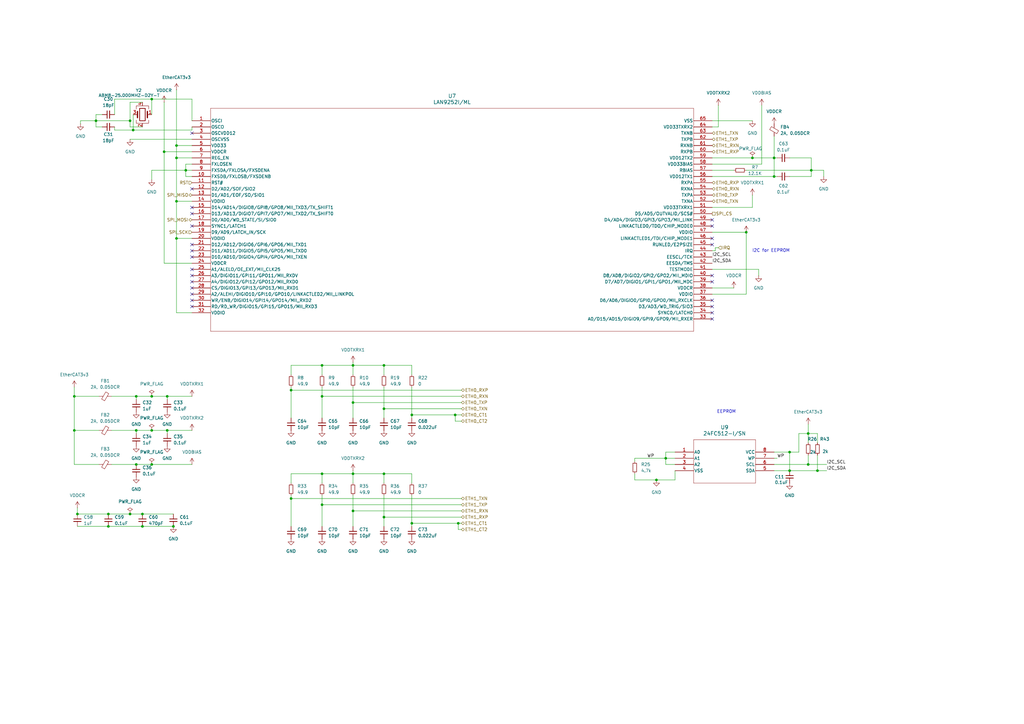
<source format=kicad_sch>
(kicad_sch (version 20231120) (generator "eeschema") (generator_version "8.0")
  (paper "A3")
  (lib_symbols
    (symbol "2024-07-01_21-03-15:LAN9252I_ML" (pin_names (offset 0.254))
      (property "Reference" "U7" (at 106.68 10.16 0))
      (property "Value" "LAN9252I/ML" (at 106.68 7.62 0))
      (symbol "LAN9252I_ML_0_1"
        (polyline (pts (xy 7.62 -86.36) (xy 205.74 -86.36)) (stroke (width 0.127)))
        (polyline (pts (xy 7.62 5.08) (xy 7.62 -86.36)) (stroke (width 0.127)))
        (polyline (pts (xy 205.74 -86.36) (xy 205.74 5.08)) (stroke (width 0.127)))
        (polyline (pts (xy 205.74 5.08) (xy 7.62 5.08)) (stroke (width 0.127)))
        (pin input line (at 0 0 0) (length 7.62) (name "OSCI") (number "1"))
        (pin input line (at 0 -22.86 0) (length 7.62) (name "FXSDB/FXLOSB/FXSDENB") (number "10"))
        (pin bidirectional line (at 0 -25.4 0) (length 7.62) (name "RST#") (number "11"))
        (pin bidirectional line (at 0 -27.94 0) (length 7.62) (name "D2/AD2/SOF/SIO2") (number "12"))
        (pin bidirectional line (at 0 -30.48 0) (length 7.62) (name "D1/AD1/EOF/SO/SIO1") (number "13"))
        (pin power_in line (at 0 -33.02 0) (length 7.62) (name "VDDIO") (number "14"))
        (pin bidirectional line (at 0 -35.56 0) (length 7.62) (name "D14/AD14/DIGIO8/GPI8/GPO8/MII_TXD3/TX_SHIFT1") (number "15"))
        (pin bidirectional line (at 0 -38.1 0) (length 7.62) (name "D13/AD13/DIGIO7/GPI7/GPO7/MII_TXD2/TX_SHIFT0") (number "16"))
        (pin bidirectional line (at 0 -40.64 0) (length 7.62) (name "D0/AD0/WD_STATE/SI/SIO0") (number "17"))
        (pin bidirectional line (at 0 -43.18 0) (length 7.62) (name "SYNC1/LATCH1") (number "18"))
        (pin bidirectional line (at 0 -45.72 0) (length 7.62) (name "D9/AD9/LATCH_IN/SCK") (number "19"))
        (pin output line (at 0 -2.54 0) (length 7.62) (name "OSCO") (number "2"))
        (pin power_in line (at 0 -48.26 0) (length 7.62) (name "VDDIO") (number "20"))
        (pin bidirectional line (at 0 -50.8 0) (length 7.62) (name "D12/AD12/DIGIO6/GPI6/GPO6/MII_TXD1") (number "21"))
        (pin bidirectional line (at 0 -53.34 0) (length 7.62) (name "D11/AD11/DIGIO5/GPI5/GPO5/MII_TXD0") (number "22"))
        (pin bidirectional line (at 0 -55.88 0) (length 7.62) (name "D10/AD10/DIGIO4/GPI4/GPO4/MII_TXEN") (number "23"))
        (pin power_in line (at 0 -58.42 0) (length 7.62) (name "VDDCR") (number "24"))
        (pin bidirectional line (at 0 -60.96 0) (length 7.62) (name "A1/ALELO/OE_EXT/MII_CLK25") (number "25"))
        (pin bidirectional line (at 0 -63.5 0) (length 7.62) (name "A3/DIGIO11/GPI11/GPO11/MII_RXDV") (number "26"))
        (pin bidirectional line (at 0 -66.04 0) (length 7.62) (name "A4/DIGIO12/GPI12/GPO12/MII_RXD0") (number "27"))
        (pin bidirectional line (at 0 -68.58 0) (length 7.62) (name "CS/DIGIO13/GPI13/GPO13/MII_RXD1") (number "28"))
        (pin bidirectional line (at 0 -71.12 0) (length 7.62) (name "A2/ALEHI/DIGIO10/GPI10/GPO10/LINKACTLED2/MII_LINKPOL") (number "29"))
        (pin power_in line (at 0 -5.08 0) (length 7.62) (name "OSCVDD12") (number "3"))
        (pin bidirectional line (at 0 -73.66 0) (length 7.62) (name "WR/ENB/DIGIO14/GPI14/GPO14/MII_RXD2") (number "30"))
        (pin bidirectional line (at 0 -76.2 0) (length 7.62) (name "RD/RD_WR/DIGIO15/GPI15/GPO15/MII_RXD3") (number "31"))
        (pin power_in line (at 0 -78.74 0) (length 7.62) (name "VDDIO") (number "32"))
        (pin bidirectional line (at 213.36 -81.28 180) (length 7.62) (name "A0/D15/AD15/DIGIO9/GPI9/GPO9/MII_RXER") (number "33"))
        (pin bidirectional line (at 213.36 -78.74 180) (length 7.62) (name "SYNC0/LATCH0") (number "34"))
        (pin bidirectional line (at 213.36 -76.2 180) (length 7.62) (name "D3/AD3/WD_TRIG/SIO3") (number "35"))
        (pin bidirectional line (at 213.36 -73.66 180) (length 7.62) (name "D6/AD6/DIGIO0/GPI0/GPO0/MII_RXCLK") (number "36"))
        (pin power_in line (at 213.36 -71.12 180) (length 7.62) (name "VDDIO") (number "37"))
        (pin power_in line (at 213.36 -68.58 180) (length 7.62) (name "VDDCR") (number "38"))
        (pin bidirectional line (at 213.36 -66.04 180) (length 7.62) (name "D7/AD7/DIGIO1/GPI1/GPO1/MII_MDC") (number "39"))
        (pin bidirectional line (at 213.36 -63.5 180) (length 7.62) (name "D8/AD8/DIGIO2/GPI2/GPO2/MII_MDIO") (number "40"))
        (pin input line (at 213.36 -60.96 180) (length 7.62) (name "TESTMODE") (number "41"))
        (pin bidirectional line (at 213.36 -58.42 180) (length 7.62) (name "EESDA/TMS") (number "42"))
        (pin bidirectional line (at 213.36 -55.88 180) (length 7.62) (name "EESCL/TCK") (number "43"))
        (pin output line (at 213.36 -53.34 180) (length 7.62) (name "IRQ") (number "44"))
        (pin bidirectional line (at 213.36 -50.8 180) (length 7.62) (name "RUNLED/E2PSIZE") (number "45"))
        (pin bidirectional line (at 213.36 -48.26 180) (length 7.62) (name "LINKACTLED1/TDI/CHIP_MODE1") (number "46"))
        (pin power_in line (at 213.36 -45.72 180) (length 7.62) (name "VDDIO") (number "47"))
        (pin bidirectional line (at 213.36 -43.18 180) (length 7.62) (name "LINKACTLED0/TDO/CHIP_MODE0") (number "48"))
        (pin bidirectional line (at 213.36 -40.64 180) (length 7.62) (name "D4/AD4/DIGIO3/GPI3/GPO3/MII_LINK") (number "49"))
        (pin power_in line (at 0 -10.16 0) (length 7.62) (name "VDD33") (number "5"))
        (pin bidirectional line (at 213.36 -38.1 180) (length 7.62) (name "D5/AD5/OUTVALID/SCS#") (number "50"))
        (pin power_in line (at 213.36 -35.56 180) (length 7.62) (name "VDD33TXRX1") (number "51"))
        (pin power_in line (at 213.36 -22.86 180) (length 7.62) (name "VDD12TX1") (number "56"))
        (pin power_in line (at 213.36 -17.78 180) (length 7.62) (name "VDD33BIAS") (number "58"))
        (pin power_in line (at 213.36 -15.24 180) (length 7.62) (name "VDD12TX2") (number "59"))
        (pin power_in line (at 0 -12.7 0) (length 7.62) (name "VDDCR") (number "6"))
        (pin power_in line (at 213.36 -2.54 180) (length 7.62) (name "VDD33TXRX2") (number "64"))
        (pin input line (at 0 -20.32 0) (length 7.62) (name "FXSDA/FXLOSA/FXSDENA") (number "9"))
      )
      (symbol "LAN9252I_ML_1_1"
        (pin passive line (at 0 -7.62 0) (length 7.62) (name "OSCVSS") (number "4"))
        (pin bidirectional line (at 213.36 -33.02 180) (length 7.62) (name "TXNA") (number "52"))
        (pin bidirectional line (at 213.36 -30.48 180) (length 7.62) (name "TXPA") (number "53"))
        (pin bidirectional line (at 213.36 -27.94 180) (length 7.62) (name "RXNA") (number "54"))
        (pin bidirectional line (at 213.36 -25.4 180) (length 7.62) (name "RXPA") (number "55"))
        (pin passive line (at 213.36 -20.32 180) (length 7.62) (name "RBIAS") (number "57"))
        (pin bidirectional line (at 213.36 -12.7 180) (length 7.62) (name "RXPB") (number "60"))
        (pin bidirectional line (at 213.36 -10.16 180) (length 7.62) (name "RXNB") (number "61"))
        (pin bidirectional line (at 213.36 -7.62 180) (length 7.62) (name "TXPB") (number "62"))
        (pin bidirectional line (at 213.36 -5.08 180) (length 7.62) (name "TXNB") (number "63"))
        (pin passive line (at 213.36 0 180) (length 7.62) (name "VSS") (number "65"))
        (pin passive line (at 0 -15.24 0) (length 7.62) (name "REG_EN") (number "7"))
        (pin passive line (at 0 -17.78 0) (length 7.62) (name "FXLOSEN") (number "8"))
      )
    )
    (symbol "2024-07-03_18-39-37:24FC512-I_SN" (pin_names (offset 0.254))
      (property "Reference" "U" (at 20.32 10.16 0))
      (property "Value" "24FC512-I/SN" (at 20.32 7.62 0))
      (symbol "24FC512-I_SN_0_1"
        (polyline (pts (xy 7.62 -12.7) (xy 33.02 -12.7)) (stroke (width 0.127)))
        (polyline (pts (xy 7.62 5.08) (xy 7.62 -12.7)) (stroke (width 0.127)))
        (polyline (pts (xy 33.02 -12.7) (xy 33.02 5.08)) (stroke (width 0.127)))
        (polyline (pts (xy 33.02 5.08) (xy 7.62 5.08)) (stroke (width 0.127)))
        (pin input line (at 0 0 0) (length 7.62) (name "A0") (number "1"))
        (pin input line (at 0 -2.54 0) (length 7.62) (name "A1") (number "2"))
        (pin input line (at 0 -5.08 0) (length 7.62) (name "A2") (number "3"))
        (pin power_in line (at 0 -7.62 0) (length 7.62) (name "VSS") (number "4"))
        (pin bidirectional line (at 40.64 -7.62 180) (length 7.62) (name "SDA") (number "5"))
        (pin input line (at 40.64 -5.08 180) (length 7.62) (name "SCL") (number "6"))
        (pin input line (at 40.64 -2.54 180) (length 7.62) (name "WP") (number "7"))
        (pin power_in line (at 40.64 0 180) (length 7.62) (name "VCC") (number "8"))
      )
    )
    (symbol "Device:C_Small" (pin_numbers hide) (pin_names (offset 0.254) hide)
      (property "Reference" "C" (at 0.254 1.778 0))
      (property "Value" "C_Small" (at 0.254 -2.032 0))
      (symbol "C_Small_0_1"
        (polyline (pts (xy -1.524 -0.508) (xy 1.524 -0.508)) (stroke (width 0.3302)))
        (polyline (pts (xy -1.524 0.508) (xy 1.524 0.508)) (stroke (width 0.3048)))
      )
      (symbol "C_Small_1_1"
        (pin passive line (at 0 2.54 270) (length 2.032) (name "~") (number "1"))
        (pin passive line (at 0 -2.54 90) (length 2.032) (name "~") (number "2"))
      )
    )
    (symbol "Device:Crystal_GND24" (pin_names (offset 1.016) hide)
      (property "Reference" "Y" (at 3.175 5.08 0))
      (property "Value" "Crystal_GND24" (at 3.175 3.175 0))
      (symbol "Crystal_GND24_0_1"
        (rectangle (start -1.143 2.54) (end 1.143 -2.54) (stroke (width 0.3048)))
        (polyline (pts (xy -2.54 0) (xy -2.032 0)))
        (polyline (pts (xy -2.032 -1.27) (xy -2.032 1.27)) (stroke (width 0.508)))
        (polyline (pts (xy 0 -3.81) (xy 0 -3.556)))
        (polyline (pts (xy 0 3.556) (xy 0 3.81)))
        (polyline (pts (xy 2.032 -1.27) (xy 2.032 1.27)) (stroke (width 0.508)))
        (polyline (pts (xy 2.032 0) (xy 2.54 0)))
        (polyline (pts (xy -2.54 -2.286) (xy -2.54 -3.556) (xy 2.54 -3.556) (xy 2.54 -2.286)))
        (polyline (pts (xy -2.54 2.286) (xy -2.54 3.556) (xy 2.54 3.556) (xy 2.54 2.286)))
      )
      (symbol "Crystal_GND24_1_1"
        (pin passive line (at -3.81 0 0) (length 1.27) (name "1") (number "1"))
        (pin passive line (at 0 5.08 270) (length 1.27) (name "2") (number "2"))
        (pin passive line (at 3.81 0 180) (length 1.27) (name "3") (number "3"))
        (pin passive line (at 0 -5.08 90) (length 1.27) (name "4") (number "4"))
      )
    )
    (symbol "Device:FerriteBead_Small" (pin_numbers hide) (pin_names (offset 0))
      (property "Reference" "FB" (at 1.905 1.27 0))
      (property "Value" "FerriteBead_Small" (at 1.905 -1.27 0))
      (symbol "FerriteBead_Small_0_1"
        (polyline (pts (xy 0 -1.27) (xy 0 -0.7874)))
        (polyline (pts (xy 0 0.889) (xy 0 1.2954)))
        (polyline (pts (xy -1.8288 0.2794) (xy -1.1176 1.4986) (xy 1.8288 -0.2032) (xy 1.1176 -1.4224) (xy -1.8288 0.2794)))
      )
      (symbol "FerriteBead_Small_1_1"
        (pin passive line (at 0 2.54 270) (length 1.27) (name "~") (number "1"))
        (pin passive line (at 0 -2.54 90) (length 1.27) (name "~") (number "2"))
      )
    )
    (symbol "Device:R_Small" (pin_numbers hide) (pin_names (offset 0.254) hide)
      (property "Reference" "R" (at 0.762 0.508 0))
      (property "Value" "R_Small" (at 0.762 -1.016 0))
      (symbol "R_Small_0_1"
        (rectangle (start -0.762 1.778) (end 0.762 -1.778) (stroke (width 0.2032)))
      )
      (symbol "R_Small_1_1"
        (pin passive line (at 0 2.54 270) (length 0.762) (name "~") (number "1"))
        (pin passive line (at 0 -2.54 90) (length 0.762) (name "~") (number "2"))
      )
    )
    (symbol "power:+3.3V" (power) (pin_numbers hide) (pin_names (offset 0) hide)
      (property "Value" "+3.3V" (at 0 3.556 0))
      (symbol "+3.3V_0_1"
        (polyline (pts (xy -0.762 1.27) (xy 0 2.54)))
        (polyline (pts (xy 0 0) (xy 0 2.54)))
        (polyline (pts (xy 0 2.54) (xy 0.762 1.27)))
      )
      (symbol "+3.3V_1_1"
        (pin power_in line (at 0 0 90) (length 0) (name "~") (number "1"))
      )
    )
    (symbol "power:GND" (power) (pin_numbers hide) (pin_names (offset 0) hide)
      (property "Value" "GND" (at 0 -3.81 0))
      (symbol "GND_0_1"
        (polyline (pts (xy 0 0) (xy 0 -1.27) (xy 1.27 -1.27) (xy 0 -2.54) (xy -1.27 -1.27) (xy 0 -1.27)))
      )
      (symbol "GND_1_1"
        (pin power_in line (at 0 0 270) (length 0) (name "~") (number "1"))
      )
    )
    (symbol "power:PWR_FLAG" (power) (pin_numbers hide) (pin_names (offset 0) hide)
      (property "Value" "PWR_FLAG" (at 0 3.81 0))
      (symbol "PWR_FLAG_0_0"
        (pin power_out line (at 0 0 90) (length 0) (name "~") (number "1"))
      )
      (symbol "PWR_FLAG_0_1"
        (polyline (pts (xy 0 0) (xy 0 1.27) (xy -1.016 1.905) (xy 0 2.54) (xy 1.016 1.905) (xy 0 1.27)))
      )
    )
  )
  (junction (at 30.48 162.56))
  (junction (at 144.78 194.31))
  (junction (at 39.37 49.53))
  (junction (at 31.75 210.82))
  (junction (at 68.58 176.53))
  (junction (at 62.23 190.5))
  (junction (at 30.48 176.53))
  (junction (at 76.2 69.85))
  (junction (at 55.88 190.5))
  (junction (at 53.34 49.53))
  (junction (at 157.48 194.31))
  (junction (at 331.47 177.8))
  (junction (at 186.69 170.18))
  (junction (at 119.38 160.02))
  (junction (at 62.23 176.53))
  (junction (at 68.58 162.56))
  (junction (at 132.08 207.01))
  (junction (at 67.31 62.23))
  (junction (at 317.5 72.39))
  (junction (at 332.74 69.85))
  (junction (at 119.38 204.47))
  (junction (at 71.12 215.9))
  (junction (at 132.08 194.31))
  (junction (at 144.78 209.55))
  (junction (at 55.88 176.53))
  (junction (at 44.45 210.82))
  (junction (at 168.91 170.18))
  (junction (at 331.47 190.5))
  (junction (at 62.23 40.64))
  (junction (at 323.85 193.04))
  (junction (at 308.61 64.77))
  (junction (at 168.91 214.63))
  (junction (at 144.78 165.1))
  (junction (at 53.34 210.82))
  (junction (at 335.28 193.04))
  (junction (at 72.39 97.79))
  (junction (at 55.88 162.56))
  (junction (at 132.08 149.86))
  (junction (at 317.5 64.77))
  (junction (at 54.61 53.34))
  (junction (at 132.08 162.56))
  (junction (at 269.24 196.85))
  (junction (at 157.48 149.86))
  (junction (at 144.78 149.86))
  (junction (at 58.42 210.82))
  (junction (at 157.48 212.09))
  (junction (at 72.39 82.55))
  (junction (at 323.85 185.42))
  (junction (at 72.39 59.69))
  (junction (at 157.48 167.64))
  (junction (at 44.45 215.9))
  (junction (at 62.23 162.56))
  (junction (at 306.07 95.25))
  (junction (at 187.96 214.63))
  (junction (at 58.42 215.9))
  (junction (at 273.05 187.96))
  (junction (at 72.39 64.77))
  (no_connect (at 78.74 113.03))
  (no_connect (at 292.1 130.81))
  (no_connect (at 292.1 128.27))
  (no_connect (at 78.74 120.65))
  (no_connect (at 78.74 125.73))
  (no_connect (at 78.74 54.61))
  (no_connect (at 78.74 118.11))
  (no_connect (at 292.1 115.57))
  (no_connect (at 292.1 90.17))
  (no_connect (at 78.74 87.63))
  (no_connect (at 78.74 92.71))
  (no_connect (at 78.74 110.49))
  (no_connect (at 78.74 77.47))
  (no_connect (at 292.1 125.73))
  (no_connect (at 78.74 123.19))
  (no_connect (at 78.74 102.87))
  (no_connect (at 78.74 100.33))
  (no_connect (at 292.1 113.03))
  (no_connect (at 78.74 115.57))
  (no_connect (at 292.1 123.19))
  (no_connect (at 78.74 85.09))
  (no_connect (at 292.1 92.71))
  (no_connect (at 292.1 97.79))
  (no_connect (at 78.74 105.41))
  (no_connect (at 292.1 100.33))
  (wire (pts (xy 276.86 196.85) (xy 269.24 196.85)))
  (wire (pts (xy 331.47 177.8) (xy 331.47 181.61)))
  (wire (pts (xy 30.48 158.75) (xy 30.48 162.56)))
  (wire (pts (xy 119.38 158.75) (xy 119.38 160.02)))
  (wire (pts (xy 132.08 207.01) (xy 132.08 215.9)))
  (wire (pts (xy 132.08 203.2) (xy 132.08 207.01)))
  (wire (pts (xy 144.78 149.86) (xy 157.48 149.86)))
  (wire (pts (xy 68.58 176.53) (xy 68.58 177.8)))
  (wire (pts (xy 335.28 177.8) (xy 335.28 181.61)))
  (wire (pts (xy 292.1 118.11) (xy 300.99 118.11)))
  (wire (pts (xy 157.48 212.09) (xy 157.48 215.9)))
  (wire (pts (xy 119.38 149.86) (xy 132.08 149.86)))
  (wire (pts (xy 76.2 69.85) (xy 62.23 69.85)))
  (wire (pts (xy 72.39 59.69) (xy 78.74 59.69)))
  (wire (pts (xy 317.5 64.77) (xy 318.77 64.77)))
  (wire (pts (xy 46.99 40.64) (xy 46.99 46.99)))
  (wire (pts (xy 54.61 53.34) (xy 78.74 53.34)))
  (wire (pts (xy 132.08 149.86) (xy 132.08 153.67)))
  (wire (pts (xy 306.07 120.65) (xy 306.07 95.25)))
  (wire (pts (xy 332.74 72.39) (xy 323.85 72.39)))
  (wire (pts (xy 132.08 149.86) (xy 144.78 149.86)))
  (wire (pts (xy 39.37 49.53) (xy 53.34 49.53)))
  (wire (pts (xy 292.1 72.39) (xy 317.5 72.39)))
  (wire (pts (xy 119.38 160.02) (xy 189.23 160.02)))
  (wire (pts (xy 62.23 40.64) (xy 62.23 46.99)))
  (wire (pts (xy 144.78 148.59) (xy 144.78 149.86)))
  (wire (pts (xy 292.1 120.65) (xy 306.07 120.65)))
  (wire (pts (xy 62.23 40.64) (xy 78.74 40.64)))
  (wire (pts (xy 119.38 198.12) (xy 119.38 194.31)))
  (wire (pts (xy 144.78 165.1) (xy 144.78 171.45)))
  (wire (pts (xy 78.74 107.95) (xy 67.31 107.95)))
  (wire (pts (xy 132.08 162.56) (xy 189.23 162.56)))
  (wire (pts (xy 273.05 187.96) (xy 276.86 187.96)))
  (wire (pts (xy 144.78 193.04) (xy 144.78 194.31)))
  (wire (pts (xy 144.78 194.31) (xy 144.78 198.12)))
  (wire (pts (xy 78.74 67.31) (xy 76.2 67.31)))
  (wire (pts (xy 260.35 189.23) (xy 260.35 187.96)))
  (wire (pts (xy 157.48 167.64) (xy 189.23 167.64)))
  (wire (pts (xy 331.47 190.5) (xy 339.09 190.5)))
  (wire (pts (xy 157.48 158.75) (xy 157.48 167.64)))
  (wire (pts (xy 67.31 41.91) (xy 67.31 62.23)))
  (wire (pts (xy 45.72 176.53) (xy 55.88 176.53)))
  (wire (pts (xy 67.31 62.23) (xy 78.74 62.23)))
  (wire (pts (xy 58.42 210.82) (xy 71.12 210.82)))
  (wire (pts (xy 187.96 217.17) (xy 189.23 217.17)))
  (wire (pts (xy 41.91 46.99) (xy 39.37 46.99)))
  (wire (pts (xy 132.08 207.01) (xy 189.23 207.01)))
  (wire (pts (xy 331.47 186.69) (xy 331.47 190.5)))
  (wire (pts (xy 168.91 158.75) (xy 168.91 170.18)))
  (wire (pts (xy 68.58 162.56) (xy 68.58 163.83)))
  (wire (pts (xy 30.48 176.53) (xy 30.48 190.5)))
  (wire (pts (xy 53.34 57.15) (xy 78.74 57.15)))
  (wire (pts (xy 78.74 128.27) (xy 72.39 128.27)))
  (wire (pts (xy 39.37 46.99) (xy 39.37 49.53)))
  (wire (pts (xy 30.48 162.56) (xy 40.64 162.56)))
  (wire (pts (xy 335.28 186.69) (xy 335.28 193.04)))
  (wire (pts (xy 294.64 43.18) (xy 294.64 52.07)))
  (wire (pts (xy 332.74 69.85) (xy 332.74 72.39)))
  (wire (pts (xy 39.37 49.53) (xy 39.37 52.07)))
  (wire (pts (xy 273.05 185.42) (xy 276.86 185.42)))
  (wire (pts (xy 30.48 162.56) (xy 30.48 176.53)))
  (wire (pts (xy 157.48 203.2) (xy 157.48 212.09)))
  (wire (pts (xy 311.15 110.49) (xy 311.15 113.03)))
  (wire (pts (xy 46.99 53.34) (xy 54.61 53.34)))
  (wire (pts (xy 68.58 162.56) (xy 78.74 162.56)))
  (wire (pts (xy 157.48 194.31) (xy 168.91 194.31)))
  (wire (pts (xy 58.42 215.9) (xy 71.12 215.9)))
  (wire (pts (xy 144.78 158.75) (xy 144.78 165.1)))
  (wire (pts (xy 144.78 203.2) (xy 144.78 209.55)))
  (wire (pts (xy 33.02 49.53) (xy 33.02 50.8)))
  (wire (pts (xy 292.1 69.85) (xy 300.99 69.85)))
  (wire (pts (xy 30.48 190.5) (xy 40.64 190.5)))
  (wire (pts (xy 31.75 210.82) (xy 44.45 210.82)))
  (wire (pts (xy 337.82 69.85) (xy 337.82 72.39)))
  (wire (pts (xy 294.64 52.07) (xy 292.1 52.07)))
  (wire (pts (xy 323.85 185.42) (xy 327.66 185.42)))
  (wire (pts (xy 39.37 49.53) (xy 33.02 49.53)))
  (wire (pts (xy 62.23 176.53) (xy 68.58 176.53)))
  (wire (pts (xy 30.48 176.53) (xy 40.64 176.53)))
  (wire (pts (xy 62.23 162.56) (xy 68.58 162.56)))
  (wire (pts (xy 58.42 52.07) (xy 53.34 52.07)))
  (wire (pts (xy 58.42 41.91) (xy 53.34 41.91)))
  (wire (pts (xy 292.1 67.31) (xy 312.42 67.31)))
  (wire (pts (xy 186.69 170.18) (xy 189.23 170.18)))
  (wire (pts (xy 317.5 55.88) (xy 317.5 64.77)))
  (wire (pts (xy 132.08 162.56) (xy 132.08 171.45)))
  (wire (pts (xy 55.88 176.53) (xy 62.23 176.53)))
  (wire (pts (xy 68.58 176.53) (xy 78.74 176.53)))
  (wire (pts (xy 260.35 187.96) (xy 273.05 187.96)))
  (wire (pts (xy 144.78 165.1) (xy 189.23 165.1)))
  (wire (pts (xy 157.48 194.31) (xy 157.48 198.12)))
  (wire (pts (xy 45.72 162.56) (xy 55.88 162.56)))
  (wire (pts (xy 187.96 214.63) (xy 187.96 217.17)))
  (wire (pts (xy 293.37 101.6) (xy 293.37 102.87)))
  (wire (pts (xy 76.2 67.31) (xy 76.2 69.85)))
  (wire (pts (xy 55.88 162.56) (xy 62.23 162.56)))
  (wire (pts (xy 53.34 210.82) (xy 58.42 210.82)))
  (wire (pts (xy 292.1 49.53) (xy 308.61 49.53)))
  (wire (pts (xy 62.23 190.5) (xy 78.74 190.5)))
  (wire (pts (xy 276.86 193.04) (xy 276.86 196.85)))
  (wire (pts (xy 72.39 82.55) (xy 78.74 82.55)))
  (wire (pts (xy 168.91 203.2) (xy 168.91 214.63)))
  (wire (pts (xy 72.39 128.27) (xy 72.39 97.79)))
  (wire (pts (xy 168.91 149.86) (xy 168.91 153.67)))
  (wire (pts (xy 323.85 64.77) (xy 332.74 64.77)))
  (wire (pts (xy 317.5 193.04) (xy 323.85 193.04)))
  (wire (pts (xy 72.39 64.77) (xy 72.39 82.55)))
  (wire (pts (xy 78.74 53.34) (xy 78.74 52.07)))
  (wire (pts (xy 132.08 158.75) (xy 132.08 162.56)))
  (wire (pts (xy 45.72 190.5) (xy 55.88 190.5)))
  (wire (pts (xy 144.78 209.55) (xy 144.78 215.9)))
  (wire (pts (xy 119.38 203.2) (xy 119.38 204.47)))
  (wire (pts (xy 308.61 80.01) (xy 308.61 85.09)))
  (wire (pts (xy 331.47 177.8) (xy 335.28 177.8)))
  (wire (pts (xy 31.75 215.9) (xy 44.45 215.9)))
  (wire (pts (xy 186.69 170.18) (xy 186.69 172.72)))
  (wire (pts (xy 78.74 40.64) (xy 78.74 49.53)))
  (wire (pts (xy 294.64 101.6) (xy 293.37 101.6)))
  (wire (pts (xy 273.05 187.96) (xy 273.05 185.42)))
  (wire (pts (xy 76.2 72.39) (xy 78.74 72.39)))
  (wire (pts (xy 317.5 185.42) (xy 323.85 185.42)))
  (wire (pts (xy 317.5 64.77) (xy 317.5 72.39)))
  (wire (pts (xy 132.08 194.31) (xy 132.08 198.12)))
  (wire (pts (xy 157.48 167.64) (xy 157.48 171.45)))
  (wire (pts (xy 168.91 214.63) (xy 168.91 215.9)))
  (wire (pts (xy 157.48 149.86) (xy 157.48 153.67)))
  (wire (pts (xy 119.38 153.67) (xy 119.38 149.86)))
  (wire (pts (xy 292.1 95.25) (xy 306.07 95.25)))
  (wire (pts (xy 157.48 149.86) (xy 168.91 149.86)))
  (wire (pts (xy 119.38 204.47) (xy 119.38 215.9)))
  (wire (pts (xy 55.88 190.5) (xy 62.23 190.5)))
  (wire (pts (xy 132.08 194.31) (xy 144.78 194.31)))
  (wire (pts (xy 187.96 214.63) (xy 189.23 214.63)))
  (wire (pts (xy 332.74 69.85) (xy 337.82 69.85)))
  (wire (pts (xy 72.39 64.77) (xy 72.39 59.69)))
  (wire (pts (xy 144.78 149.86) (xy 144.78 153.67)))
  (wire (pts (xy 72.39 36.83) (xy 72.39 59.69)))
  (wire (pts (xy 276.86 190.5) (xy 273.05 190.5)))
  (wire (pts (xy 44.45 210.82) (xy 53.34 210.82)))
  (wire (pts (xy 335.28 193.04) (xy 339.09 193.04)))
  (wire (pts (xy 186.69 172.72) (xy 189.23 172.72)))
  (wire (pts (xy 78.74 64.77) (xy 72.39 64.77)))
  (wire (pts (xy 323.85 185.42) (xy 323.85 193.04)))
  (wire (pts (xy 312.42 43.18) (xy 312.42 67.31)))
  (wire (pts (xy 72.39 97.79) (xy 72.39 82.55)))
  (wire (pts (xy 67.31 107.95) (xy 67.31 62.23)))
  (wire (pts (xy 144.78 209.55) (xy 189.23 209.55)))
  (wire (pts (xy 54.61 46.99) (xy 54.61 53.34)))
  (wire (pts (xy 55.88 176.53) (xy 55.88 177.8)))
  (wire (pts (xy 144.78 194.31) (xy 157.48 194.31)))
  (wire (pts (xy 260.35 196.85) (xy 260.35 194.31)))
  (wire (pts (xy 168.91 214.63) (xy 187.96 214.63)))
  (wire (pts (xy 119.38 194.31) (xy 132.08 194.31)))
  (wire (pts (xy 53.34 52.07) (xy 53.34 49.53)))
  (wire (pts (xy 168.91 194.31) (xy 168.91 198.12)))
  (wire (pts (xy 46.99 40.64) (xy 62.23 40.64)))
  (wire (pts (xy 292.1 64.77) (xy 308.61 64.77)))
  (wire (pts (xy 317.5 190.5) (xy 331.47 190.5)))
  (wire (pts (xy 331.47 173.99) (xy 331.47 177.8)))
  (wire (pts (xy 55.88 162.56) (xy 55.88 163.83)))
  (wire (pts (xy 78.74 97.79) (xy 72.39 97.79)))
  (wire (pts (xy 323.85 193.04) (xy 335.28 193.04)))
  (wire (pts (xy 273.05 190.5) (xy 273.05 187.96)))
  (wire (pts (xy 53.34 41.91) (xy 53.34 49.53)))
  (wire (pts (xy 293.37 102.87) (xy 292.1 102.87)))
  (wire (pts (xy 39.37 52.07) (xy 41.91 52.07)))
  (wire (pts (xy 308.61 64.77) (xy 317.5 64.77)))
  (wire (pts (xy 292.1 110.49) (xy 311.15 110.49)))
  (wire (pts (xy 332.74 64.77) (xy 332.74 69.85)))
  (wire (pts (xy 306.07 69.85) (xy 332.74 69.85)))
  (wire (pts (xy 46.99 53.34) (xy 46.99 52.07)))
  (wire (pts (xy 62.23 69.85) (xy 62.23 73.66)))
  (wire (pts (xy 168.91 170.18) (xy 186.69 170.18)))
  (wire (pts (xy 119.38 160.02) (xy 119.38 171.45)))
  (wire (pts (xy 76.2 69.85) (xy 78.74 69.85)))
  (wire (pts (xy 119.38 204.47) (xy 189.23 204.47)))
  (wire (pts (xy 44.45 215.9) (xy 58.42 215.9)))
  (wire (pts (xy 31.75 208.28) (xy 31.75 210.82)))
  (wire (pts (xy 76.2 69.85) (xy 76.2 72.39)))
  (wire (pts (xy 157.48 212.09) (xy 189.23 212.09)))
  (wire (pts (xy 168.91 170.18) (xy 168.91 171.45)))
  (wire (pts (xy 292.1 85.09) (xy 308.61 85.09)))
  (wire (pts (xy 327.66 177.8) (xy 327.66 185.42)))
  (wire (pts (xy 269.24 196.85) (xy 260.35 196.85)))
  (wire (pts (xy 327.66 177.8) (xy 331.47 177.8)))
  (wire (pts (xy 317.5 72.39) (xy 318.77 72.39)))
  (wire (pts (xy 318.77 187.96) (xy 317.5 187.96)))
  (text "EEPROM\n" (at 297.942 168.91 0) (effects (font (size 1.27 1.27))))
  (text "I2C for EEPROM" (at 316.23 102.87 0) (effects (font (size 1.27 1.27))))
  (label "I2C_SCL" (at 339.09 190.5 0))
  (label "WP" (at 318.77 187.96 0))
  (label "WP" (at 265.43 187.96 0))
  (label "I2C_SDA" (at 292.1 107.95 0))
  (label "I2C_SCL" (at 292.1 105.41 0))
  (label "I2C_SDA" (at 339.09 193.04 0))
  (hierarchical_label "ETH0_RXN" (shape bidirectional) (at 292.1 77.47 0))
  (hierarchical_label "ETH0_RXN" (shape bidirectional) (at 189.23 162.56 0))
  (hierarchical_label "ETH1_RXN" (shape bidirectional) (at 189.23 209.55 0))
  (hierarchical_label "ETH0_CT2" (shape bidirectional) (at 189.23 172.72 0))
  (hierarchical_label "SPI_MISO" (shape bidirectional) (at 78.74 80.01 180))
  (hierarchical_label "ETH1_TXN" (shape bidirectional) (at 189.23 204.47 0))
  (hierarchical_label "SPI_CS" (shape passive) (at 292.1 87.63 0))
  (hierarchical_label "ETH1_TXP" (shape bidirectional) (at 189.23 207.01 0))
  (hierarchical_label "ETH1_RXP" (shape bidirectional) (at 292.1 62.23 0))
  (hierarchical_label "ETH1_TXP" (shape bidirectional) (at 292.1 57.15 0))
  (hierarchical_label "ETH0_CT1" (shape bidirectional) (at 189.23 170.18 0))
  (hierarchical_label "ETH1_CT1" (shape bidirectional) (at 189.23 214.63 0))
  (hierarchical_label "ETH0_RXP" (shape bidirectional) (at 292.1 74.93 0))
  (hierarchical_label "ETH1_CT2" (shape bidirectional) (at 189.23 217.17 0))
  (hierarchical_label "SPI_MOSI" (shape bidirectional) (at 78.74 90.17 180))
  (hierarchical_label "ETH1_TXN" (shape bidirectional) (at 292.1 54.61 0))
  (hierarchical_label "ETH0_TXP" (shape bidirectional) (at 189.23 165.1 0))
  (hierarchical_label "ETH0_TXN" (shape bidirectional) (at 292.1 82.55 0))
  (hierarchical_label "SPI_SCK" (shape input) (at 78.74 95.25 180))
  (hierarchical_label "ETH1_RXN" (shape bidirectional) (at 292.1 59.69 0))
  (hierarchical_label "RST" (shape input) (at 78.74 74.93 180))
  (hierarchical_label "ETH0_RXP" (shape bidirectional) (at 189.23 160.02 0))
  (hierarchical_label "ETH0_TXP" (shape bidirectional) (at 292.1 80.01 0))
  (hierarchical_label "ETH1_RXP" (shape bidirectional) (at 189.23 212.09 0))
  (hierarchical_label "IRQ" (shape input) (at 294.64 101.6 0))
  (hierarchical_label "ETH0_TXN" (shape bidirectional) (at 189.23 167.64 0))
  (symbol (lib_id "power:GND") (at 68.58 168.91 0) (unit 1)
    (property "Reference" "#PWR038" (effects (hide yes)))
    (property "Value" "GND" (at 68.58 173.99 0))
    (property "Description" "Power symbol creates a global label with name \"GND\" , ground" (effects (hide yes)))
  )
  (symbol (lib_id "power:GND") (at 144.78 176.53 0) (unit 1)
    (property "Reference" "#PWR087" (effects (hide yes)))
    (property "Value" "GND" (at 144.78 181.61 0))
    (property "Description" "Power symbol creates a global label with name \"GND\" , ground" (effects (hide yes)))
  )
  (symbol (lib_id "power:+3.3V") (at 78.74 176.53 0) (unit 1)
    (property "Reference" "#PWR043" (effects (hide yes)))
    (property "Value" "VDDTXRX2" (at 78.74 171.45 0))
    (property "Description" "Power symbol creates a global label with name \"+3.3V\"" (effects (hide yes)))
  )
  (symbol (lib_id "power:+3.3V") (at 312.42 43.18 0) (unit 1)
    (property "Reference" "#PWR081" (effects (hide yes)))
    (property "Value" "VDDBIAS" (at 312.42 38.1 0))
    (property "Description" "Power symbol creates a global label with name \"+3.3V\"" (effects (hide yes)))
  )
  (symbol (lib_id "power:+3.3V") (at 31.75 208.28 0) (unit 1)
    (property "Reference" "#PWR071" (effects (hide yes)))
    (property "Value" "VDDCR" (at 31.75 203.2 0))
    (property "Description" "Power symbol creates a global label with name \"+3.3V\"" (effects (hide yes)))
  )
  (symbol (lib_id "power:GND") (at 168.91 176.53 0) (unit 1)
    (property "Reference" "#PWR089" (effects (hide yes)))
    (property "Value" "GND" (at 168.91 181.61 0))
    (property "Description" "Power symbol creates a global label with name \"GND\" , ground" (effects (hide yes)))
  )
  (symbol (lib_id "Device:C_Small") (at 144.78 218.44 0) (unit 1)
    (property "Reference" "C71" (at 147.32 217.1762 0) (effects (justify left)))
    (property "Value" "10pF" (at 147.32 219.7162 0) (effects (justify left)))
    (property "Description" "Unpolarized capacitor, small symbol" (effects (hide yes)))
  )
  (symbol (lib_id "2024-07-01_21-03-15:LAN9252I_ML") (at 78.74 49.53 0) (unit 1)
    (property "Reference" "U7" (at 185.42 39.37 0) (effects (font (size 1.524 1.524))))
    (property "Value" "LAN9252I/ML" (at 185.42 41.91 0) (effects (font (size 1.524 1.524))))
    (property "Datasheet" "LAN9252I/ML" (effects (hide yes)))
    (property "LCSC Part #" "C2758355" (effects (hide yes)))
  )
  (symbol (lib_id "2024-07-03_18-39-37:24FC512-I_SN") (at 276.86 185.42 0) (unit 1)
    (property "Reference" "U9" (at 297.18 175.26 0) (effects (font (size 1.524 1.524))))
    (property "Value" "24FC512-I/SN" (at 297.18 177.8 0) (effects (font (size 1.524 1.524))))
    (property "Datasheet" "24FC512-I/SN" (effects (hide yes)))
    (property "LCSC Part #" "C615159" (effects (hide yes)))
  )
  (symbol (lib_id "Device:C_Small") (at 132.08 218.44 0) (unit 1)
    (property "Reference" "C70" (at 134.62 217.1762 0) (effects (justify left)))
    (property "Value" "10pF" (at 134.62 219.7162 0) (effects (justify left)))
    (property "Description" "Unpolarized capacitor, small symbol" (effects (hide yes)))
  )
  (symbol (lib_id "Device:R_Small") (at 144.78 200.66 0) (unit 1)
    (property "Reference" "R35" (at 147.32 199.3899 0) (effects (justify left)))
    (property "Value" "49.9" (at 147.32 201.9299 0) (effects (justify left)))
    (property "Description" "Resistor, small symbol" (effects (hide yes)))
  )
  (symbol (lib_id "power:+3.3V") (at 294.64 43.18 0) (unit 1)
    (property "Reference" "#PWR076" (effects (hide yes)))
    (property "Value" "VDDTXRX2" (at 294.64 38.1 0))
    (property "Description" "Power symbol creates a global label with name \"+3.3V\"" (effects (hide yes)))
  )
  (symbol (lib_id "power:GND") (at 132.08 220.98 0) (unit 1)
    (property "Reference" "#PWR091" (effects (hide yes)))
    (property "Value" "GND" (at 132.08 226.06 0))
    (property "Description" "Power symbol creates a global label with name \"GND\" , ground" (effects (hide yes)))
  )
  (symbol (lib_id "power:GND") (at 62.23 73.66 0) (unit 1)
    (property "Reference" "#PWR0109" (effects (hide yes)))
    (property "Value" "GND" (at 62.23 78.74 0))
    (property "Description" "Power symbol creates a global label with name \"GND\" , ground" (effects (hide yes)))
  )
  (symbol (lib_id "power:PWR_FLAG") (at 62.23 190.5 0) (unit 1)
    (property "Reference" "#FLG08" (effects (hide yes)))
    (property "Value" "PWR_FLAG" (at 62.23 185.42 0))
    (property "Description" "Special symbol for telling ERC where power comes from" (effects (hide yes)))
  )
  (symbol (lib_id "power:GND") (at 269.24 196.85 0) (unit 1)
    (property "Reference" "#PWR0106" (effects (hide yes)))
    (property "Value" "GND" (at 269.24 201.93 0))
    (property "Description" "Power symbol creates a global label with name \"GND\" , ground" (effects (hide yes)))
  )
  (symbol (lib_id "power:GND") (at 157.48 220.98 0) (unit 1)
    (property "Reference" "#PWR094" (effects (hide yes)))
    (property "Value" "GND" (at 157.48 226.06 0))
    (property "Description" "Power symbol creates a global label with name \"GND\" , ground" (effects (hide yes)))
  )
  (symbol (lib_id "power:GND") (at 53.34 57.15 0) (unit 1)
    (property "Reference" "#PWR035" (effects (hide yes)))
    (property "Value" "GND" (at 53.34 62.23 0))
    (property "Description" "Power symbol creates a global label with name \"GND\" , ground" (effects (hide yes)))
  )
  (symbol (lib_id "power:+3.3V") (at 30.48 158.75 0) (unit 1)
    (property "Reference" "#PWR022" (effects (hide yes)))
    (property "Value" "EtherCAT3v3" (at 30.48 153.67 0))
    (property "Description" "Power symbol creates a global label with name \"+3.3V\"" (effects (hide yes)))
  )
  (symbol (lib_id "power:+3.3V") (at 144.78 148.59 0) (unit 1)
    (property "Reference" "#PWR084" (effects (hide yes)))
    (property "Value" "VDDTXRX1" (at 144.78 143.51 0))
    (property "Description" "Power symbol creates a global label with name \"+3.3V\"" (effects (hide yes)))
  )
  (symbol (lib_id "power:+3.3V") (at 300.99 118.11 0) (unit 1)
    (property "Reference" "#PWR079" (effects (hide yes)))
    (property "Value" "VDDCR" (at 300.99 113.03 0))
    (property "Description" "Power symbol creates a global label with name \"+3.3V\"" (effects (hide yes)))
  )
  (symbol (lib_id "power:GND") (at 157.48 176.53 0) (unit 1)
    (property "Reference" "#PWR088" (effects (hide yes)))
    (property "Value" "GND" (at 157.48 181.61 0))
    (property "Description" "Power symbol creates a global label with name \"GND\" , ground" (effects (hide yes)))
  )
  (symbol (lib_id "power:GND") (at 71.12 215.9 0) (unit 1)
    (property "Reference" "#PWR072" (effects (hide yes)))
    (property "Value" "GND" (at 71.12 220.98 0))
    (property "Description" "Power symbol creates a global label with name \"GND\" , ground" (effects (hide yes)))
  )
  (symbol (lib_id "Device:C_Small") (at 44.45 46.99 90) (unit 1)
    (property "Reference" "C30" (at 44.4563 40.64 90))
    (property "Value" "18pF" (at 44.4563 43.18 90))
    (property "Description" "Unpolarized capacitor, small symbol" (effects (hide yes)))
  )
  (symbol (lib_id "Device:R_Small") (at 157.48 156.21 0) (unit 1)
    (property "Reference" "R19" (at 160.02 154.9399 0) (effects (justify left)))
    (property "Value" "49.9" (at 160.02 157.4799 0) (effects (justify left)))
    (property "Description" "Resistor, small symbol" (effects (hide yes)))
  )
  (symbol (lib_id "Device:C_Small") (at 323.85 195.58 0) (unit 1)
    (property "Reference" "C11" (at 317.754 195.58 0) (effects (justify left)))
    (property "Value" "0.1uF" (at 317.754 197.866 0) (effects (justify left)))
    (property "Description" "Unpolarized capacitor, small symbol" (effects (hide yes)))
  )
  (symbol (lib_id "Device:C_Small") (at 168.91 173.99 0) (unit 1)
    (property "Reference" "C68" (at 171.45 172.7262 0) (effects (justify left)))
    (property "Value" "0.022uF" (at 171.45 175.2662 0) (effects (justify left)))
    (property "Description" "Unpolarized capacitor, small symbol" (effects (hide yes)))
  )
  (symbol (lib_id "Device:C_Small") (at 157.48 173.99 0) (unit 1)
    (property "Reference" "C67" (at 160.02 172.7262 0) (effects (justify left)))
    (property "Value" "10pF" (at 160.02 175.2662 0) (effects (justify left)))
    (property "Description" "Unpolarized capacitor, small symbol" (effects (hide yes)))
  )
  (symbol (lib_id "power:GND") (at 308.61 49.53 0) (unit 1)
    (property "Reference" "#PWR075" (effects (hide yes)))
    (property "Value" "GND" (at 308.61 54.61 0))
    (property "Description" "Power symbol creates a global label with name \"GND\" , ground" (effects (hide yes)))
  )
  (symbol (lib_id "Device:C_Small") (at 144.78 173.99 0) (unit 1)
    (property "Reference" "C66" (at 147.32 172.7262 0) (effects (justify left)))
    (property "Value" "10pF" (at 147.32 175.2662 0) (effects (justify left)))
    (property "Description" "Unpolarized capacitor, small symbol" (effects (hide yes)))
  )
  (symbol (lib_id "power:+3.3V") (at 144.78 193.04 0) (unit 1)
    (property "Reference" "#PWR092" (effects (hide yes)))
    (property "Value" "VDDTXRX2" (at 144.78 187.96 0))
    (property "Description" "Power symbol creates a global label with name \"+3.3V\"" (effects (hide yes)))
  )
  (symbol (lib_id "power:PWR_FLAG") (at 62.23 162.56 0) (unit 1)
    (property "Reference" "#FLG06" (effects (hide yes)))
    (property "Value" "PWR_FLAG" (at 62.23 157.48 0))
    (property "Description" "Special symbol for telling ERC where power comes from" (effects (hide yes)))
  )
  (symbol (lib_id "Device:R_Small") (at 119.38 200.66 0) (unit 1)
    (property "Reference" "R33" (at 121.92 199.3899 0) (effects (justify left)))
    (property "Value" "49.9" (at 121.92 201.9299 0) (effects (justify left)))
    (property "Description" "Resistor, small symbol" (effects (hide yes)))
  )
  (symbol (lib_id "power:PWR_FLAG") (at 308.61 64.77 0) (unit 1)
    (property "Reference" "#FLG012" (effects (hide yes)))
    (property "Value" "PWR_FLAG" (at 307.848 60.96 0))
    (property "Description" "Special symbol for telling ERC where power comes from" (effects (hide yes)))
  )
  (symbol (lib_id "Device:C_Small") (at 321.31 64.77 90) (unit 1)
    (property "Reference" "C63" (at 321.31 58.928 90))
    (property "Value" "0.1uF" (at 321.31 61.468 90))
    (property "Description" "Unpolarized capacitor, small symbol" (effects (hide yes)))
  )
  (symbol (lib_id "power:GND") (at 311.15 113.03 0) (unit 1)
    (property "Reference" "#PWR083" (effects (hide yes)))
    (property "Value" "GND" (at 311.15 118.11 0))
    (property "Description" "Power symbol creates a global label with name \"GND\" , ground" (effects (hide yes)))
  )
  (symbol (lib_id "Device:R_Small") (at 303.53 69.85 90) (unit 1)
    (property "Reference" "R7" (at 309.626 68.58 90))
    (property "Value" "12.1K" (at 309.626 71.12 90))
    (property "Description" "Resistor, small symbol" (effects (hide yes)))
  )
  (symbol (lib_id "Device:C_Small") (at 119.38 173.99 0) (unit 1)
    (property "Reference" "C64" (at 121.92 172.7262 0) (effects (justify left)))
    (property "Value" "10pF" (at 121.92 175.2662 0) (effects (justify left)))
    (property "Description" "Unpolarized capacitor, small symbol" (effects (hide yes)))
  )
  (symbol (lib_id "power:+3.3V") (at 308.61 80.01 0) (unit 1)
    (property "Reference" "#PWR077" (effects (hide yes)))
    (property "Value" "VDDTXRX1" (at 308.61 74.93 0))
    (property "Description" "Power symbol creates a global label with name \"+3.3V\"" (effects (hide yes)))
  )
  (symbol (lib_id "Device:C_Small") (at 119.38 218.44 0) (unit 1)
    (property "Reference" "C69" (at 121.92 217.1762 0) (effects (justify left)))
    (property "Value" "10pF" (at 121.92 219.7162 0) (effects (justify left)))
    (property "Description" "Unpolarized capacitor, small symbol" (effects (hide yes)))
  )
  (symbol (lib_id "power:GND") (at 144.78 220.98 0) (unit 1)
    (property "Reference" "#PWR093" (effects (hide yes)))
    (property "Value" "GND" (at 144.78 226.06 0))
    (property "Description" "Power symbol creates a global label with name \"GND\" , ground" (effects (hide yes)))
  )
  (symbol (lib_id "power:PWR_FLAG") (at 53.34 210.82 0) (unit 1)
    (property "Reference" "#FLG09" (effects (hide yes)))
    (property "Value" "PWR_FLAG" (at 53.34 205.74 0))
    (property "Description" "Special symbol for telling ERC where power comes from" (effects (hide yes)))
  )
  (symbol (lib_id "Device:Crystal_GND24") (at 58.42 46.99 180) (unit 1)
    (property "Reference" "Y2" (at 55.626 37.084 0) (effects (justify right)))
    (property "Value" "ABM8-25.000MHZ-D2Y-T" (at 40.386 39.116 0) (effects (justify right)))
    (property "Description" "Four pin crystal, GND on pins 2 and 4" (effects (hide yes)))
    (property "LCSC Part #" "C179643" (effects (hide yes)))
  )
  (symbol (lib_id "Device:C_Small") (at 321.31 72.39 90) (unit 1)
    (property "Reference" "C62" (at 321.31 76.2 90))
    (property "Value" "0.1uF" (at 321.31 78.74 90))
    (property "Description" "Unpolarized capacitor, small symbol" (effects (hide yes)))
  )
  (symbol (lib_id "Device:C_Small") (at 55.88 193.04 0) (unit 1)
    (property "Reference" "C36" (at 58.42 191.7762 0) (effects (justify left)))
    (property "Value" "0.1uF" (at 58.42 194.3162 0) (effects (justify left)))
    (property "Description" "Unpolarized capacitor, small symbol" (effects (hide yes)))
  )
  (symbol (lib_id "Device:C_Small") (at 44.45 52.07 90) (unit 1)
    (property "Reference" "C31" (at 44.45 55.118 90))
    (property "Value" "18pF" (at 44.45 57.658 90))
    (property "Description" "Unpolarized capacitor, small symbol" (effects (hide yes)))
  )
  (symbol (lib_id "power:+3.3V") (at 78.74 190.5 0) (unit 1)
    (property "Reference" "#PWR052" (effects (hide yes)))
    (property "Value" "VDDBIAS" (at 78.74 185.42 0))
    (property "Description" "Power symbol creates a global label with name \"+3.3V\"" (effects (hide yes)))
  )
  (symbol (lib_id "Device:R_Small") (at 157.48 200.66 0) (unit 1)
    (property "Reference" "R36" (at 160.02 199.3899 0) (effects (justify left)))
    (property "Value" "49.9" (at 160.02 201.9299 0) (effects (justify left)))
    (property "Description" "Resistor, small symbol" (effects (hide yes)))
  )
  (symbol (lib_id "Device:C_Small") (at 31.75 213.36 0) (unit 1)
    (property "Reference" "C58" (at 34.29 212.0962 0) (effects (justify left)))
    (property "Value" "1uF" (at 34.29 214.6362 0) (effects (justify left)))
    (property "Footprint" "0603" (effects (hide yes)))
    (property "Description" "Unpolarized capacitor, small symbol" (effects (hide yes)))
    (property "LCSC Part #" "C106858" (effects (hide yes)))
  )
  (symbol (lib_id "Device:R_Small") (at 132.08 200.66 0) (unit 1)
    (property "Reference" "R34" (at 134.62 199.3899 0) (effects (justify left)))
    (property "Value" "49.9" (at 134.62 201.9299 0) (effects (justify left)))
    (property "Description" "Resistor, small symbol" (effects (hide yes)))
  )
  (symbol (lib_id "power:PWR_FLAG") (at 62.23 176.53 0) (unit 1)
    (property "Reference" "#FLG07" (effects (hide yes)))
    (property "Value" "PWR_FLAG" (at 62.23 171.45 0))
    (property "Description" "Special symbol for telling ERC where power comes from" (effects (hide yes)))
  )
  (symbol (lib_id "Device:C_Small") (at 55.88 180.34 0) (unit 1)
    (property "Reference" "C34" (at 58.42 179.0762 0) (effects (justify left)))
    (property "Value" "1uF" (at 58.42 181.6162 0) (effects (justify left)))
    (property "Description" "Unpolarized capacitor, small symbol" (effects (hide yes)))
  )
  (symbol (lib_id "Device:R_Small") (at 168.91 156.21 0) (unit 1)
    (property "Reference" "R22" (at 171.45 154.9399 0) (effects (justify left)))
    (property "Value" "0" (at 171.45 157.4799 0) (effects (justify left)))
    (property "Description" "Resistor, small symbol" (effects (hide yes)))
  )
  (symbol (lib_id "power:GND") (at 68.58 182.88 0) (unit 1)
    (property "Reference" "#PWR040" (effects (hide yes)))
    (property "Value" "GND" (at 68.58 187.96 0))
    (property "Description" "Power symbol creates a global label with name \"GND\" , ground" (effects (hide yes)))
  )
  (symbol (lib_id "Device:FerriteBead_Small") (at 43.18 190.5 90) (unit 1)
    (property "Reference" "FB3" (at 43.1419 184.15 90))
    (property "Value" "2A, 0.05DCR" (at 43.1419 186.69 90))
    (property "Description" "Ferrite bead, small symbol" (effects (hide yes)))
    (property "LCSC Part #" "C380287" (effects (hide yes)))
  )
  (symbol (lib_id "power:+3.3V") (at 317.5 50.8 0) (unit 1)
    (property "Reference" "#PWR082" (effects (hide yes)))
    (property "Value" "VDDCR" (at 317.5 45.72 0))
    (property "Description" "Power symbol creates a global label with name \"+3.3V\"" (effects (hide yes)))
  )
  (symbol (lib_id "Device:R_Small") (at 260.35 191.77 0) (unit 1)
    (property "Reference" "R25" (at 262.89 190.4999 0) (effects (justify left)))
    (property "Value" "4.7k" (at 262.89 193.0399 0) (effects (justify left)))
    (property "Description" "Resistor, small symbol" (effects (hide yes)))
  )
  (symbol (lib_id "power:+3.3V") (at 72.39 36.83 0) (unit 1)
    (property "Reference" "#PWR073" (effects (hide yes)))
    (property "Value" "EtherCAT3v3" (at 72.39 31.75 0))
    (property "Description" "Power symbol creates a global label with name \"+3.3V\"" (effects (hide yes)))
  )
  (symbol (lib_id "Device:C_Small") (at 68.58 180.34 0) (unit 1)
    (property "Reference" "C35" (at 71.12 179.0762 0) (effects (justify left)))
    (property "Value" "0.1uF" (at 71.12 181.6162 0) (effects (justify left)))
    (property "Description" "Unpolarized capacitor, small symbol" (effects (hide yes)))
  )
  (symbol (lib_id "power:GND") (at 337.82 72.39 0) (unit 1)
    (property "Reference" "#PWR080" (effects (hide yes)))
    (property "Value" "GND" (at 337.82 77.47 0))
    (property "Description" "Power symbol creates a global label with name \"GND\" , ground" (effects (hide yes)))
  )
  (symbol (lib_id "Device:FerriteBead_Small") (at 43.18 162.56 90) (unit 1)
    (property "Reference" "FB1" (at 43.1419 156.21 90))
    (property "Value" "2A, 0.05DCR" (at 43.1419 158.75 90))
    (property "Description" "Ferrite bead, small symbol" (effects (hide yes)))
    (property "LCSC Part #" "C380287" (effects (hide yes)))
  )
  (symbol (lib_id "power:GND") (at 119.38 220.98 0) (unit 1)
    (property "Reference" "#PWR090" (effects (hide yes)))
    (property "Value" "GND" (at 119.38 226.06 0))
    (property "Description" "Power symbol creates a global label with name \"GND\" , ground" (effects (hide yes)))
  )
  (symbol (lib_id "Device:C_Small") (at 58.42 213.36 0) (unit 1)
    (property "Reference" "C60" (at 60.96 212.0962 0) (effects (justify left)))
    (property "Value" "470pF" (at 60.96 214.6362 0) (effects (justify left)))
    (property "Description" "Unpolarized capacitor, small symbol" (effects (hide yes)))
  )
  (symbol (lib_id "power:GND") (at 55.88 168.91 0) (unit 1)
    (property "Reference" "#PWR037" (effects (hide yes)))
    (property "Value" "GND" (at 55.88 173.99 0))
    (property "Description" "Power symbol creates a global label with name \"GND\" , ground" (effects (hide yes)))
  )
  (symbol (lib_id "Device:C_Small") (at 44.45 213.36 0) (unit 1)
    (property "Reference" "C59" (at 46.99 212.0962 0) (effects (justify left)))
    (property "Value" "0.1uF" (at 46.99 214.6362 0) (effects (justify left)))
    (property "Description" "Unpolarized capacitor, small symbol" (effects (hide yes)))
  )
  (symbol (lib_id "Device:C_Small") (at 71.12 213.36 0) (unit 1)
    (property "Reference" "C61" (at 73.66 212.0962 0) (effects (justify left)))
    (property "Value" "0.1uF" (at 73.66 214.6362 0) (effects (justify left)))
    (property "Description" "Unpolarized capacitor, small symbol" (effects (hide yes)))
  )
  (symbol (lib_id "Device:R_Small") (at 168.91 200.66 0) (unit 1)
    (property "Reference" "R37" (at 171.45 199.3899 0) (effects (justify left)))
    (property "Value" "0" (at 171.45 201.9299 0) (effects (justify left)))
    (property "Description" "Resistor, small symbol" (effects (hide yes)))
  )
  (symbol (lib_id "power:GND") (at 55.88 195.58 0) (unit 1)
    (property "Reference" "#PWR041" (effects (hide yes)))
    (property "Value" "GND" (at 55.88 200.66 0))
    (property "Description" "Power symbol creates a global label with name \"GND\" , ground" (effects (hide yes)))
  )
  (symbol (lib_id "power:GND") (at 55.88 182.88 0) (unit 1)
    (property "Reference" "#PWR039" (effects (hide yes)))
    (property "Value" "GND" (at 55.88 187.96 0))
    (property "Description" "Power symbol creates a global label with name \"GND\" , ground" (effects (hide yes)))
  )
  (symbol (lib_id "power:+3.3V") (at 331.47 173.99 0) (unit 1)
    (property "Reference" "#PWR0107" (effects (hide yes)))
    (property "Value" "EtherCAT3v3" (at 331.47 168.91 0))
    (property "Description" "Power symbol creates a global label with name \"+3.3V\"" (effects (hide yes)))
  )
  (symbol (lib_id "power:GND") (at 33.02 50.8 0) (unit 1)
    (property "Reference" "#PWR036" (effects (hide yes)))
    (property "Value" "GND" (at 33.02 55.88 0))
    (property "Description" "Power symbol creates a global label with name \"GND\" , ground" (effects (hide yes)))
  )
  (symbol (lib_id "Device:C_Small") (at 132.08 173.99 0) (unit 1)
    (property "Reference" "C65" (at 134.62 172.7262 0) (effects (justify left)))
    (property "Value" "10pF" (at 134.62 175.2662 0) (effects (justify left)))
    (property "Description" "Unpolarized capacitor, small symbol" (effects (hide yes)))
  )
  (symbol (lib_id "Device:R_Small") (at 144.78 156.21 0) (unit 1)
    (property "Reference" "R10" (at 147.32 154.9399 0) (effects (justify left)))
    (property "Value" "49.9" (at 147.32 157.4799 0) (effects (justify left)))
    (property "Description" "Resistor, small symbol" (effects (hide yes)))
  )
  (symbol (lib_id "Device:FerriteBead_Small") (at 43.18 176.53 90) (unit 1)
    (property "Reference" "FB2" (at 43.1419 170.18 90))
    (property "Value" "2A, 0.05DCR" (at 43.1419 172.72 90))
    (property "Description" "Ferrite bead, small symbol" (effects (hide yes)))
    (property "LCSC Part #" "C380287" (effects (hide yes)))
  )
  (symbol (lib_id "Device:R_Small") (at 132.08 156.21 0) (unit 1)
    (property "Reference" "R9" (at 134.62 154.9399 0) (effects (justify left)))
    (property "Value" "49.9" (at 134.62 157.4799 0) (effects (justify left)))
    (property "Description" "Resistor, small symbol" (effects (hide yes)))
  )
  (symbol (lib_id "power:GND") (at 119.38 176.53 0) (unit 1)
    (property "Reference" "#PWR085" (effects (hide yes)))
    (property "Value" "GND" (at 119.38 181.61 0))
    (property "Description" "Power symbol creates a global label with name \"GND\" , ground" (effects (hide yes)))
  )
  (symbol (lib_id "Device:C_Small") (at 157.48 218.44 0) (unit 1)
    (property "Reference" "C72" (at 160.02 217.1762 0) (effects (justify left)))
    (property "Value" "10pF" (at 160.02 219.7162 0) (effects (justify left)))
    (property "Description" "Unpolarized capacitor, small symbol" (effects (hide yes)))
  )
  (symbol (lib_id "Device:C_Small") (at 168.91 218.44 0) (unit 1)
    (property "Reference" "C73" (at 171.45 217.1762 0) (effects (justify left)))
    (property "Value" "0.022uF" (at 171.45 219.7162 0) (effects (justify left)))
    (property "Description" "Unpolarized capacitor, small symbol" (effects (hide yes)))
  )
  (symbol (lib_id "power:GND") (at 168.91 220.98 0) (unit 1)
    (property "Reference" "#PWR095" (effects (hide yes)))
    (property "Value" "GND" (at 168.91 226.06 0))
    (property "Description" "Power symbol creates a global label with name \"GND\" , ground" (effects (hide yes)))
  )
  (symbol (lib_id "Device:R_Small") (at 335.28 184.15 0) (unit 1)
    (property "Reference" "R43" (at 336.296 180.086 0) (effects (justify left)))
    (property "Value" "2k" (at 337.312 185.166 0) (effects (justify left)))
    (property "Description" "Resistor, small symbol" (effects (hide yes)))
  )
  (symbol (lib_id "power:+3.3V") (at 67.31 41.91 0) (unit 1)
    (property "Reference" "#PWR074" (effects (hide yes)))
    (property "Value" "VDDCR" (at 67.31 37.084 0))
    (property "Description" "Power symbol creates a global label with name \"+3.3V\"" (effects (hide yes)))
  )
  (symbol (lib_id "Device:C_Small") (at 55.88 166.37 0) (unit 1)
    (property "Reference" "C32" (at 58.42 165.1062 0) (effects (justify left)))
    (property "Value" "1uF" (at 58.42 167.6462 0) (effects (justify left)))
    (property "Description" "Unpolarized capacitor, small symbol" (effects (hide yes)))
  )
  (symbol (lib_id "power:GND") (at 132.08 176.53 0) (unit 1)
    (property "Reference" "#PWR086" (effects (hide yes)))
    (property "Value" "GND" (at 132.08 181.61 0))
    (property "Description" "Power symbol creates a global label with name \"GND\" , ground" (effects (hide yes)))
  )
  (symbol (lib_id "Device:FerriteBead_Small") (at 317.5 53.34 180) (unit 1)
    (property "Reference" "FB4" (at 320.04 52.108 0) (effects (justify right)))
    (property "Value" "2A, 0.05DCR" (at 320.04 54.648 0) (effects (justify right)))
    (property "Description" "Ferrite bead, small symbol" (effects (hide yes)))
    (property "LCSC Part #" "C380287" (effects (hide yes)))
  )
  (symbol (lib_id "Device:C_Small") (at 68.58 166.37 0) (unit 1)
    (property "Reference" "C33" (at 71.12 165.1062 0) (effects (justify left)))
    (property "Value" "0.1uF" (at 71.12 167.6462 0) (effects (justify left)))
    (property "Description" "Unpolarized capacitor, small symbol" (effects (hide yes)))
  )
  (symbol (lib_id "power:GND") (at 323.85 198.12 0) (unit 1)
    (property "Reference" "#PWR0108" (effects (hide yes)))
    (property "Value" "GND" (at 323.85 203.2 0))
    (property "Description" "Power symbol creates a global label with name \"GND\" , ground" (effects (hide yes)))
  )
  (symbol (lib_id "Device:R_Small") (at 331.47 184.15 0) (unit 1)
    (property "Reference" "R26" (at 331.216 180.086 0) (effects (justify left)))
    (property "Value" "2k" (at 332.232 185.42 0) (effects (justify left)))
    (property "Description" "Resistor, small symbol" (effects (hide yes)))
  )
  (symbol (lib_id "Device:R_Small") (at 119.38 156.21 0) (unit 1)
    (property "Reference" "R8" (at 121.92 154.9399 0) (effects (justify left)))
    (property "Value" "49.9" (at 121.92 157.4799 0) (effects (justify left)))
    (property "Description" "Resistor, small symbol" (effects (hide yes)))
  )
  (symbol (lib_id "power:+3.3V") (at 306.07 95.25 0) (unit 1)
    (property "Reference" "#PWR078" (effects (hide yes)))
    (property "Value" "EtherCAT3v3" (at 306.07 90.17 0))
    (property "Description" "Power symbol creates a global label with name \"+3.3V\"" (effects (hide yes)))
  )
  (symbol (lib_id "power:+3.3V") (at 78.74 162.56 0) (unit 1)
    (property "Reference" "#PWR042" (effects (hide yes)))
    (property "Value" "VDDTXRX1" (at 78.74 157.48 0))
    (property "Description" "Power symbol creates a global label with name \"+3.3V\"" (effects (hide yes)))
  )
)
</source>
